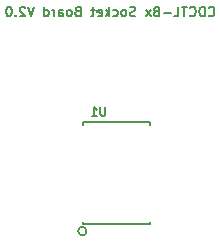
<source format=gbr>
G04 #@! TF.FileFunction,Legend,Bot*
%FSLAX46Y46*%
G04 Gerber Fmt 4.6, Leading zero omitted, Abs format (unit mm)*
G04 Created by KiCad (PCBNEW 4.0.7) date Sun May  6 01:29:27 2018*
%MOMM*%
%LPD*%
G01*
G04 APERTURE LIST*
%ADD10C,0.100000*%
%ADD11C,0.150000*%
%ADD12C,0.140000*%
G04 APERTURE END LIST*
D10*
D11*
X57548810Y18439286D02*
X57586905Y18401190D01*
X57701191Y18363095D01*
X57777381Y18363095D01*
X57891667Y18401190D01*
X57967858Y18477381D01*
X58005953Y18553571D01*
X58044048Y18705952D01*
X58044048Y18820238D01*
X58005953Y18972619D01*
X57967858Y19048810D01*
X57891667Y19125000D01*
X57777381Y19163095D01*
X57701191Y19163095D01*
X57586905Y19125000D01*
X57548810Y19086905D01*
X57205953Y18363095D02*
X57205953Y19163095D01*
X57015477Y19163095D01*
X56901191Y19125000D01*
X56825000Y19048810D01*
X56786905Y18972619D01*
X56748810Y18820238D01*
X56748810Y18705952D01*
X56786905Y18553571D01*
X56825000Y18477381D01*
X56901191Y18401190D01*
X57015477Y18363095D01*
X57205953Y18363095D01*
X55948810Y18439286D02*
X55986905Y18401190D01*
X56101191Y18363095D01*
X56177381Y18363095D01*
X56291667Y18401190D01*
X56367858Y18477381D01*
X56405953Y18553571D01*
X56444048Y18705952D01*
X56444048Y18820238D01*
X56405953Y18972619D01*
X56367858Y19048810D01*
X56291667Y19125000D01*
X56177381Y19163095D01*
X56101191Y19163095D01*
X55986905Y19125000D01*
X55948810Y19086905D01*
X55720239Y19163095D02*
X55263096Y19163095D01*
X55491667Y18363095D02*
X55491667Y19163095D01*
X54615476Y18363095D02*
X54996429Y18363095D01*
X54996429Y19163095D01*
X54348810Y18667857D02*
X53739286Y18667857D01*
X53091667Y18782143D02*
X52977381Y18744048D01*
X52939286Y18705952D01*
X52901191Y18629762D01*
X52901191Y18515476D01*
X52939286Y18439286D01*
X52977381Y18401190D01*
X53053572Y18363095D01*
X53358334Y18363095D01*
X53358334Y19163095D01*
X53091667Y19163095D01*
X53015477Y19125000D01*
X52977381Y19086905D01*
X52939286Y19010714D01*
X52939286Y18934524D01*
X52977381Y18858333D01*
X53015477Y18820238D01*
X53091667Y18782143D01*
X53358334Y18782143D01*
X52634524Y18363095D02*
X52215477Y18896429D01*
X52634524Y18896429D02*
X52215477Y18363095D01*
X51339286Y18401190D02*
X51225000Y18363095D01*
X51034524Y18363095D01*
X50958334Y18401190D01*
X50920238Y18439286D01*
X50882143Y18515476D01*
X50882143Y18591667D01*
X50920238Y18667857D01*
X50958334Y18705952D01*
X51034524Y18744048D01*
X51186905Y18782143D01*
X51263096Y18820238D01*
X51301191Y18858333D01*
X51339286Y18934524D01*
X51339286Y19010714D01*
X51301191Y19086905D01*
X51263096Y19125000D01*
X51186905Y19163095D01*
X50996429Y19163095D01*
X50882143Y19125000D01*
X50425000Y18363095D02*
X50501191Y18401190D01*
X50539286Y18439286D01*
X50577381Y18515476D01*
X50577381Y18744048D01*
X50539286Y18820238D01*
X50501191Y18858333D01*
X50425000Y18896429D01*
X50310714Y18896429D01*
X50234524Y18858333D01*
X50196429Y18820238D01*
X50158333Y18744048D01*
X50158333Y18515476D01*
X50196429Y18439286D01*
X50234524Y18401190D01*
X50310714Y18363095D01*
X50425000Y18363095D01*
X49472619Y18401190D02*
X49548809Y18363095D01*
X49701190Y18363095D01*
X49777381Y18401190D01*
X49815476Y18439286D01*
X49853571Y18515476D01*
X49853571Y18744048D01*
X49815476Y18820238D01*
X49777381Y18858333D01*
X49701190Y18896429D01*
X49548809Y18896429D01*
X49472619Y18858333D01*
X49129762Y18363095D02*
X49129762Y19163095D01*
X49053571Y18667857D02*
X48825000Y18363095D01*
X48825000Y18896429D02*
X49129762Y18591667D01*
X48177381Y18401190D02*
X48253571Y18363095D01*
X48405952Y18363095D01*
X48482143Y18401190D01*
X48520238Y18477381D01*
X48520238Y18782143D01*
X48482143Y18858333D01*
X48405952Y18896429D01*
X48253571Y18896429D01*
X48177381Y18858333D01*
X48139286Y18782143D01*
X48139286Y18705952D01*
X48520238Y18629762D01*
X47910715Y18896429D02*
X47605953Y18896429D01*
X47796429Y19163095D02*
X47796429Y18477381D01*
X47758334Y18401190D01*
X47682143Y18363095D01*
X47605953Y18363095D01*
X46463095Y18782143D02*
X46348809Y18744048D01*
X46310714Y18705952D01*
X46272619Y18629762D01*
X46272619Y18515476D01*
X46310714Y18439286D01*
X46348809Y18401190D01*
X46425000Y18363095D01*
X46729762Y18363095D01*
X46729762Y19163095D01*
X46463095Y19163095D01*
X46386905Y19125000D01*
X46348809Y19086905D01*
X46310714Y19010714D01*
X46310714Y18934524D01*
X46348809Y18858333D01*
X46386905Y18820238D01*
X46463095Y18782143D01*
X46729762Y18782143D01*
X45815476Y18363095D02*
X45891667Y18401190D01*
X45929762Y18439286D01*
X45967857Y18515476D01*
X45967857Y18744048D01*
X45929762Y18820238D01*
X45891667Y18858333D01*
X45815476Y18896429D01*
X45701190Y18896429D01*
X45625000Y18858333D01*
X45586905Y18820238D01*
X45548809Y18744048D01*
X45548809Y18515476D01*
X45586905Y18439286D01*
X45625000Y18401190D01*
X45701190Y18363095D01*
X45815476Y18363095D01*
X44863095Y18363095D02*
X44863095Y18782143D01*
X44901190Y18858333D01*
X44977380Y18896429D01*
X45129761Y18896429D01*
X45205952Y18858333D01*
X44863095Y18401190D02*
X44939285Y18363095D01*
X45129761Y18363095D01*
X45205952Y18401190D01*
X45244047Y18477381D01*
X45244047Y18553571D01*
X45205952Y18629762D01*
X45129761Y18667857D01*
X44939285Y18667857D01*
X44863095Y18705952D01*
X44482142Y18363095D02*
X44482142Y18896429D01*
X44482142Y18744048D02*
X44444047Y18820238D01*
X44405951Y18858333D01*
X44329761Y18896429D01*
X44253570Y18896429D01*
X43644047Y18363095D02*
X43644047Y19163095D01*
X43644047Y18401190D02*
X43720237Y18363095D01*
X43872618Y18363095D01*
X43948809Y18401190D01*
X43986904Y18439286D01*
X44024999Y18515476D01*
X44024999Y18744048D01*
X43986904Y18820238D01*
X43948809Y18858333D01*
X43872618Y18896429D01*
X43720237Y18896429D01*
X43644047Y18858333D01*
X42767856Y19163095D02*
X42501189Y18363095D01*
X42234522Y19163095D01*
X42005951Y19086905D02*
X41967856Y19125000D01*
X41891665Y19163095D01*
X41701189Y19163095D01*
X41624999Y19125000D01*
X41586903Y19086905D01*
X41548808Y19010714D01*
X41548808Y18934524D01*
X41586903Y18820238D01*
X42044046Y18363095D01*
X41548808Y18363095D01*
X41205951Y18439286D02*
X41167856Y18401190D01*
X41205951Y18363095D01*
X41244046Y18401190D01*
X41205951Y18439286D01*
X41205951Y18363095D01*
X40672618Y19163095D02*
X40596427Y19163095D01*
X40520237Y19125000D01*
X40482142Y19086905D01*
X40444046Y19010714D01*
X40405951Y18858333D01*
X40405951Y18667857D01*
X40444046Y18515476D01*
X40482142Y18439286D01*
X40520237Y18401190D01*
X40596427Y18363095D01*
X40672618Y18363095D01*
X40748808Y18401190D01*
X40786904Y18439286D01*
X40824999Y18515476D01*
X40863094Y18667857D01*
X40863094Y18858333D01*
X40824999Y19010714D01*
X40786904Y19086905D01*
X40748808Y19125000D01*
X40672618Y19163095D01*
X46950000Y9375000D02*
X46950000Y9175000D01*
X49750000Y9375000D02*
X46950000Y9375000D01*
X52550000Y9375000D02*
X52550000Y9175000D01*
X49750000Y9375000D02*
X52550000Y9375000D01*
X47210555Y175000D02*
G75*
G03X47210555Y175000I-360555J0D01*
G01*
X46950000Y775000D02*
X46950000Y975000D01*
X49750000Y775000D02*
X46950000Y775000D01*
X52550000Y775000D02*
X52550000Y975000D01*
X49750000Y775000D02*
X52550000Y775000D01*
D12*
X48783333Y10658333D02*
X48783333Y10091667D01*
X48750000Y10025000D01*
X48716667Y9991667D01*
X48650000Y9958333D01*
X48516667Y9958333D01*
X48450000Y9991667D01*
X48416667Y10025000D01*
X48383333Y10091667D01*
X48383333Y10658333D01*
X47683334Y9958333D02*
X48083334Y9958333D01*
X47883334Y9958333D02*
X47883334Y10658333D01*
X47950000Y10558333D01*
X48016667Y10491667D01*
X48083334Y10458333D01*
M02*

</source>
